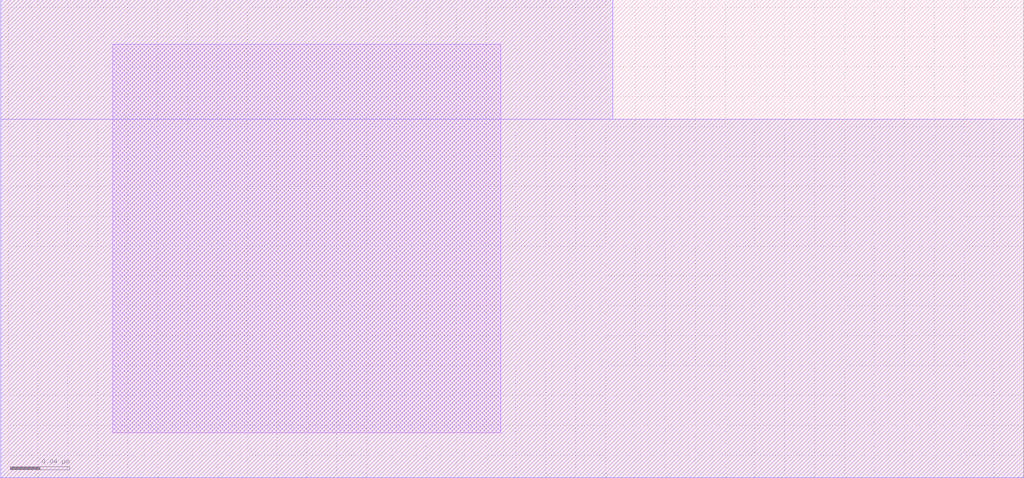
<source format=lef>
# Copyright 2020 The SkyWater PDK Authors
#
# Licensed under the Apache License, Version 2.0 (the "License");
# you may not use this file except in compliance with the License.
# You may obtain a copy of the License at
#
#     https://www.apache.org/licenses/LICENSE-2.0
#
# Unless required by applicable law or agreed to in writing, software
# distributed under the License is distributed on an "AS IS" BASIS,
# WITHOUT WARRANTIES OR CONDITIONS OF ANY KIND, either express or implied.
# See the License for the specific language governing permissions and
# limitations under the License.
#
# SPDX-License-Identifier: Apache-2.0

VERSION 5.7 ;
  NOWIREEXTENSIONATPIN ON ;
  DIVIDERCHAR "/" ;
  BUSBITCHARS "[]" ;
MACRO sky130_fd_bd_sram__sram_dp_swldrv_met2_lwl
  CLASS BLOCK ;
  FOREIGN sky130_fd_bd_sram__sram_dp_swldrv_met2_lwl ;
  ORIGIN  0.685000 -0.605000 ;
  SIZE  0.685000 BY  0.320000 ;
  OBS
    LAYER met1 ;
      RECT -0.610000 0.635000 -0.350000 0.895000 ;
    LAYER met2 ;
      RECT -0.685000 0.605000  0.000000 0.845000 ;
      RECT -0.685000 0.845000 -0.275000 0.925000 ;
  END
END sky130_fd_bd_sram__sram_dp_swldrv_met2_lwl
END LIBRARY

</source>
